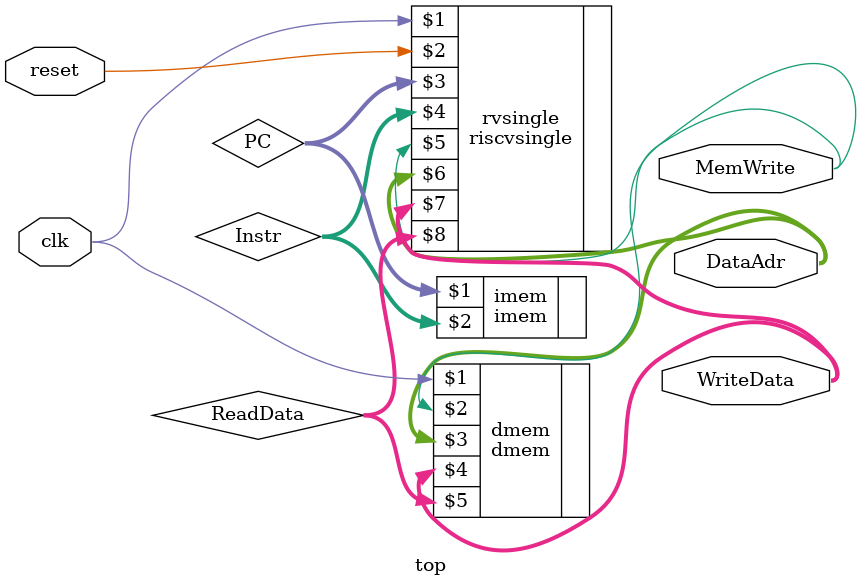
<source format=sv>
module top(
	input logic clk, reset,
 	output logic [31:0] WriteData, DataAdr,
 	output logic MemWrite);

 	logic [31:0] PC, Instr, ReadData;
 	// instantiate processor and memories
 	riscvsingle rvsingle(clk, reset, PC, Instr, MemWrite, 
				DataAdr, WriteData, ReadData);
 	imem imem(PC, Instr);
 	dmem dmem(clk, MemWrite, DataAdr, WriteData, ReadData);

endmodule
</source>
